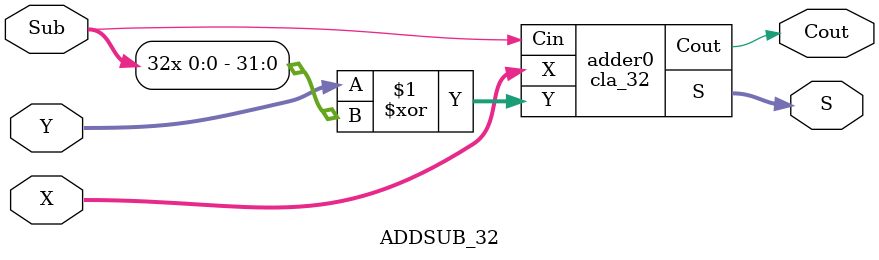
<source format=v>
`include "CLA_4.v"

`ifndef ADDSUB_32_V
`define ADDSUB_32_V

module cla_32(X,Y,Cin,S,Cout);
    input [31:0] X, Y;
    input Cin;
    output[31:0]S;
    output Cout;
    wire Cout0,Cout1,Cout2,Cout3,Cout4,Cout5,Cout6;
    CLA_4 add0(X[3:0],Y[3:0],Cin,S[3:0],Cout0);
    CLA_4 add1(X[7:4],Y[7:4],Cout0,S[7:4],Cout1);
    CLA_4 add2(X[11:8],Y[11:8],Cout1,S[11:8],Cout2);
    CLA_4 add3(X[15:12],Y[15:12],Cout2,S[15:12],Cout3);
    CLA_4 add4(X[19:16],Y[19:16],Cout3,S[19:16],Cout4);
    CLA_4 add5(X[23:20],Y[23:20],Cout4,S[23:20],Cout5);
    CLA_4 add6(X[27:24],Y[27:24],Cout5,S[27:24],Cout6);
    CLA_4 add7(X[31:28],Y[31:28],Cout6,S[31:28],Cout);
endmodule

module ADDSUB_32 (X, Y, Sub, S, Cout);
   input [31:0] X, Y;
   input Sub;
   output [31:0] S;
   output Cout;
   cla_32 adder0 (X, Y^{32{Sub}}, Sub, S, Cout);
endmodule
`endif
</source>
